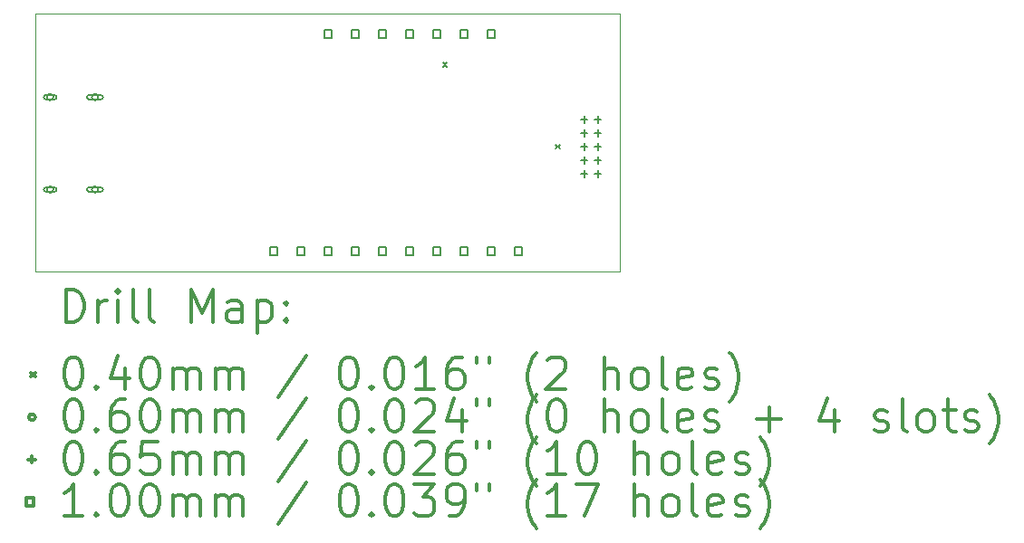
<source format=gbr>
%FSLAX45Y45*%
G04 Gerber Fmt 4.5, Leading zero omitted, Abs format (unit mm)*
G04 Created by KiCad (PCBNEW 5.1.9+dfsg1-1) date 2021-12-01 17:07:54*
%MOMM*%
%LPD*%
G01*
G04 APERTURE LIST*
%TA.AperFunction,Profile*%
%ADD10C,0.100000*%
%TD*%
%ADD11C,0.200000*%
%ADD12C,0.300000*%
G04 APERTURE END LIST*
D10*
X12890500Y-4635500D02*
X12890500Y-7048500D01*
X7429500Y-4635500D02*
X12890500Y-4635500D01*
X7429500Y-7048500D02*
X7429500Y-4635500D01*
X12890500Y-7048500D02*
X7429500Y-7048500D01*
D11*
X11232200Y-5091750D02*
X11272200Y-5131750D01*
X11272200Y-5091750D02*
X11232200Y-5131750D01*
X12286300Y-5860100D02*
X12326300Y-5900100D01*
X12326300Y-5860100D02*
X12286300Y-5900100D01*
X7595150Y-5416350D02*
G75*
G03*
X7595150Y-5416350I-30000J0D01*
G01*
X7605150Y-5396350D02*
X7525150Y-5396350D01*
X7605150Y-5436350D02*
X7525150Y-5436350D01*
X7525150Y-5396350D02*
G75*
G03*
X7525150Y-5436350I0J-20000D01*
G01*
X7605150Y-5436350D02*
G75*
G03*
X7605150Y-5396350I0J20000D01*
G01*
X7595150Y-6280350D02*
G75*
G03*
X7595150Y-6280350I-30000J0D01*
G01*
X7605150Y-6260350D02*
X7525150Y-6260350D01*
X7605150Y-6300350D02*
X7525150Y-6300350D01*
X7525150Y-6260350D02*
G75*
G03*
X7525150Y-6300350I0J-20000D01*
G01*
X7605150Y-6300350D02*
G75*
G03*
X7605150Y-6260350I0J20000D01*
G01*
X8013150Y-5416350D02*
G75*
G03*
X8013150Y-5416350I-30000J0D01*
G01*
X8038150Y-5396350D02*
X7928150Y-5396350D01*
X8038150Y-5436350D02*
X7928150Y-5436350D01*
X7928150Y-5396350D02*
G75*
G03*
X7928150Y-5436350I0J-20000D01*
G01*
X8038150Y-5436350D02*
G75*
G03*
X8038150Y-5396350I0J20000D01*
G01*
X8013150Y-6280350D02*
G75*
G03*
X8013150Y-6280350I-30000J0D01*
G01*
X8038150Y-6260350D02*
X7928150Y-6260350D01*
X8038150Y-6300350D02*
X7928150Y-6300350D01*
X7928150Y-6260350D02*
G75*
G03*
X7928150Y-6300350I0J-20000D01*
G01*
X8038150Y-6300350D02*
G75*
G03*
X8038150Y-6260350I0J20000D01*
G01*
X12553950Y-5593600D02*
X12553950Y-5658600D01*
X12521450Y-5626100D02*
X12586450Y-5626100D01*
X12553950Y-5720600D02*
X12553950Y-5785600D01*
X12521450Y-5753100D02*
X12586450Y-5753100D01*
X12553950Y-5847600D02*
X12553950Y-5912600D01*
X12521450Y-5880100D02*
X12586450Y-5880100D01*
X12553950Y-5974600D02*
X12553950Y-6039600D01*
X12521450Y-6007100D02*
X12586450Y-6007100D01*
X12553950Y-6101600D02*
X12553950Y-6166600D01*
X12521450Y-6134100D02*
X12586450Y-6134100D01*
X12680950Y-5593600D02*
X12680950Y-5658600D01*
X12648450Y-5626100D02*
X12713450Y-5626100D01*
X12680950Y-5720600D02*
X12680950Y-5785600D01*
X12648450Y-5753100D02*
X12713450Y-5753100D01*
X12680950Y-5847600D02*
X12680950Y-5912600D01*
X12648450Y-5880100D02*
X12713450Y-5880100D01*
X12680950Y-5974600D02*
X12680950Y-6039600D01*
X12648450Y-6007100D02*
X12713450Y-6007100D01*
X12680950Y-6101600D02*
X12680950Y-6166600D01*
X12648450Y-6134100D02*
X12713450Y-6134100D01*
X9687356Y-6893356D02*
X9687356Y-6822644D01*
X9616644Y-6822644D01*
X9616644Y-6893356D01*
X9687356Y-6893356D01*
X9941356Y-6893356D02*
X9941356Y-6822644D01*
X9870644Y-6822644D01*
X9870644Y-6893356D01*
X9941356Y-6893356D01*
X10195356Y-4861356D02*
X10195356Y-4790644D01*
X10124644Y-4790644D01*
X10124644Y-4861356D01*
X10195356Y-4861356D01*
X10195356Y-6893356D02*
X10195356Y-6822644D01*
X10124644Y-6822644D01*
X10124644Y-6893356D01*
X10195356Y-6893356D01*
X10449356Y-4861356D02*
X10449356Y-4790644D01*
X10378644Y-4790644D01*
X10378644Y-4861356D01*
X10449356Y-4861356D01*
X10449356Y-6893356D02*
X10449356Y-6822644D01*
X10378644Y-6822644D01*
X10378644Y-6893356D01*
X10449356Y-6893356D01*
X10703356Y-4861356D02*
X10703356Y-4790644D01*
X10632644Y-4790644D01*
X10632644Y-4861356D01*
X10703356Y-4861356D01*
X10703356Y-6893356D02*
X10703356Y-6822644D01*
X10632644Y-6822644D01*
X10632644Y-6893356D01*
X10703356Y-6893356D01*
X10957356Y-4861356D02*
X10957356Y-4790644D01*
X10886644Y-4790644D01*
X10886644Y-4861356D01*
X10957356Y-4861356D01*
X10957356Y-6893356D02*
X10957356Y-6822644D01*
X10886644Y-6822644D01*
X10886644Y-6893356D01*
X10957356Y-6893356D01*
X11211356Y-4861356D02*
X11211356Y-4790644D01*
X11140644Y-4790644D01*
X11140644Y-4861356D01*
X11211356Y-4861356D01*
X11211356Y-6893356D02*
X11211356Y-6822644D01*
X11140644Y-6822644D01*
X11140644Y-6893356D01*
X11211356Y-6893356D01*
X11465356Y-4861356D02*
X11465356Y-4790644D01*
X11394644Y-4790644D01*
X11394644Y-4861356D01*
X11465356Y-4861356D01*
X11465356Y-6893356D02*
X11465356Y-6822644D01*
X11394644Y-6822644D01*
X11394644Y-6893356D01*
X11465356Y-6893356D01*
X11719356Y-4861356D02*
X11719356Y-4790644D01*
X11648644Y-4790644D01*
X11648644Y-4861356D01*
X11719356Y-4861356D01*
X11719356Y-6893356D02*
X11719356Y-6822644D01*
X11648644Y-6822644D01*
X11648644Y-6893356D01*
X11719356Y-6893356D01*
X11973356Y-6893356D02*
X11973356Y-6822644D01*
X11902644Y-6822644D01*
X11902644Y-6893356D01*
X11973356Y-6893356D01*
D12*
X7710928Y-7519214D02*
X7710928Y-7219214D01*
X7782357Y-7219214D01*
X7825214Y-7233500D01*
X7853786Y-7262071D01*
X7868071Y-7290643D01*
X7882357Y-7347786D01*
X7882357Y-7390643D01*
X7868071Y-7447786D01*
X7853786Y-7476357D01*
X7825214Y-7504929D01*
X7782357Y-7519214D01*
X7710928Y-7519214D01*
X8010928Y-7519214D02*
X8010928Y-7319214D01*
X8010928Y-7376357D02*
X8025214Y-7347786D01*
X8039500Y-7333500D01*
X8068071Y-7319214D01*
X8096643Y-7319214D01*
X8196643Y-7519214D02*
X8196643Y-7319214D01*
X8196643Y-7219214D02*
X8182357Y-7233500D01*
X8196643Y-7247786D01*
X8210928Y-7233500D01*
X8196643Y-7219214D01*
X8196643Y-7247786D01*
X8382357Y-7519214D02*
X8353786Y-7504929D01*
X8339500Y-7476357D01*
X8339500Y-7219214D01*
X8539500Y-7519214D02*
X8510928Y-7504929D01*
X8496643Y-7476357D01*
X8496643Y-7219214D01*
X8882357Y-7519214D02*
X8882357Y-7219214D01*
X8982357Y-7433500D01*
X9082357Y-7219214D01*
X9082357Y-7519214D01*
X9353786Y-7519214D02*
X9353786Y-7362071D01*
X9339500Y-7333500D01*
X9310928Y-7319214D01*
X9253786Y-7319214D01*
X9225214Y-7333500D01*
X9353786Y-7504929D02*
X9325214Y-7519214D01*
X9253786Y-7519214D01*
X9225214Y-7504929D01*
X9210928Y-7476357D01*
X9210928Y-7447786D01*
X9225214Y-7419214D01*
X9253786Y-7404929D01*
X9325214Y-7404929D01*
X9353786Y-7390643D01*
X9496643Y-7319214D02*
X9496643Y-7619214D01*
X9496643Y-7333500D02*
X9525214Y-7319214D01*
X9582357Y-7319214D01*
X9610928Y-7333500D01*
X9625214Y-7347786D01*
X9639500Y-7376357D01*
X9639500Y-7462071D01*
X9625214Y-7490643D01*
X9610928Y-7504929D01*
X9582357Y-7519214D01*
X9525214Y-7519214D01*
X9496643Y-7504929D01*
X9768071Y-7490643D02*
X9782357Y-7504929D01*
X9768071Y-7519214D01*
X9753786Y-7504929D01*
X9768071Y-7490643D01*
X9768071Y-7519214D01*
X9768071Y-7333500D02*
X9782357Y-7347786D01*
X9768071Y-7362071D01*
X9753786Y-7347786D01*
X9768071Y-7333500D01*
X9768071Y-7362071D01*
X7384500Y-7993500D02*
X7424500Y-8033500D01*
X7424500Y-7993500D02*
X7384500Y-8033500D01*
X7768071Y-7849214D02*
X7796643Y-7849214D01*
X7825214Y-7863500D01*
X7839500Y-7877786D01*
X7853786Y-7906357D01*
X7868071Y-7963500D01*
X7868071Y-8034929D01*
X7853786Y-8092071D01*
X7839500Y-8120643D01*
X7825214Y-8134929D01*
X7796643Y-8149214D01*
X7768071Y-8149214D01*
X7739500Y-8134929D01*
X7725214Y-8120643D01*
X7710928Y-8092071D01*
X7696643Y-8034929D01*
X7696643Y-7963500D01*
X7710928Y-7906357D01*
X7725214Y-7877786D01*
X7739500Y-7863500D01*
X7768071Y-7849214D01*
X7996643Y-8120643D02*
X8010928Y-8134929D01*
X7996643Y-8149214D01*
X7982357Y-8134929D01*
X7996643Y-8120643D01*
X7996643Y-8149214D01*
X8268071Y-7949214D02*
X8268071Y-8149214D01*
X8196643Y-7834929D02*
X8125214Y-8049214D01*
X8310928Y-8049214D01*
X8482357Y-7849214D02*
X8510928Y-7849214D01*
X8539500Y-7863500D01*
X8553786Y-7877786D01*
X8568071Y-7906357D01*
X8582357Y-7963500D01*
X8582357Y-8034929D01*
X8568071Y-8092071D01*
X8553786Y-8120643D01*
X8539500Y-8134929D01*
X8510928Y-8149214D01*
X8482357Y-8149214D01*
X8453786Y-8134929D01*
X8439500Y-8120643D01*
X8425214Y-8092071D01*
X8410928Y-8034929D01*
X8410928Y-7963500D01*
X8425214Y-7906357D01*
X8439500Y-7877786D01*
X8453786Y-7863500D01*
X8482357Y-7849214D01*
X8710928Y-8149214D02*
X8710928Y-7949214D01*
X8710928Y-7977786D02*
X8725214Y-7963500D01*
X8753786Y-7949214D01*
X8796643Y-7949214D01*
X8825214Y-7963500D01*
X8839500Y-7992071D01*
X8839500Y-8149214D01*
X8839500Y-7992071D02*
X8853786Y-7963500D01*
X8882357Y-7949214D01*
X8925214Y-7949214D01*
X8953786Y-7963500D01*
X8968071Y-7992071D01*
X8968071Y-8149214D01*
X9110928Y-8149214D02*
X9110928Y-7949214D01*
X9110928Y-7977786D02*
X9125214Y-7963500D01*
X9153786Y-7949214D01*
X9196643Y-7949214D01*
X9225214Y-7963500D01*
X9239500Y-7992071D01*
X9239500Y-8149214D01*
X9239500Y-7992071D02*
X9253786Y-7963500D01*
X9282357Y-7949214D01*
X9325214Y-7949214D01*
X9353786Y-7963500D01*
X9368071Y-7992071D01*
X9368071Y-8149214D01*
X9953786Y-7834929D02*
X9696643Y-8220643D01*
X10339500Y-7849214D02*
X10368071Y-7849214D01*
X10396643Y-7863500D01*
X10410928Y-7877786D01*
X10425214Y-7906357D01*
X10439500Y-7963500D01*
X10439500Y-8034929D01*
X10425214Y-8092071D01*
X10410928Y-8120643D01*
X10396643Y-8134929D01*
X10368071Y-8149214D01*
X10339500Y-8149214D01*
X10310928Y-8134929D01*
X10296643Y-8120643D01*
X10282357Y-8092071D01*
X10268071Y-8034929D01*
X10268071Y-7963500D01*
X10282357Y-7906357D01*
X10296643Y-7877786D01*
X10310928Y-7863500D01*
X10339500Y-7849214D01*
X10568071Y-8120643D02*
X10582357Y-8134929D01*
X10568071Y-8149214D01*
X10553786Y-8134929D01*
X10568071Y-8120643D01*
X10568071Y-8149214D01*
X10768071Y-7849214D02*
X10796643Y-7849214D01*
X10825214Y-7863500D01*
X10839500Y-7877786D01*
X10853786Y-7906357D01*
X10868071Y-7963500D01*
X10868071Y-8034929D01*
X10853786Y-8092071D01*
X10839500Y-8120643D01*
X10825214Y-8134929D01*
X10796643Y-8149214D01*
X10768071Y-8149214D01*
X10739500Y-8134929D01*
X10725214Y-8120643D01*
X10710928Y-8092071D01*
X10696643Y-8034929D01*
X10696643Y-7963500D01*
X10710928Y-7906357D01*
X10725214Y-7877786D01*
X10739500Y-7863500D01*
X10768071Y-7849214D01*
X11153786Y-8149214D02*
X10982357Y-8149214D01*
X11068071Y-8149214D02*
X11068071Y-7849214D01*
X11039500Y-7892071D01*
X11010928Y-7920643D01*
X10982357Y-7934929D01*
X11410928Y-7849214D02*
X11353786Y-7849214D01*
X11325214Y-7863500D01*
X11310928Y-7877786D01*
X11282357Y-7920643D01*
X11268071Y-7977786D01*
X11268071Y-8092071D01*
X11282357Y-8120643D01*
X11296643Y-8134929D01*
X11325214Y-8149214D01*
X11382357Y-8149214D01*
X11410928Y-8134929D01*
X11425214Y-8120643D01*
X11439500Y-8092071D01*
X11439500Y-8020643D01*
X11425214Y-7992071D01*
X11410928Y-7977786D01*
X11382357Y-7963500D01*
X11325214Y-7963500D01*
X11296643Y-7977786D01*
X11282357Y-7992071D01*
X11268071Y-8020643D01*
X11553786Y-7849214D02*
X11553786Y-7906357D01*
X11668071Y-7849214D02*
X11668071Y-7906357D01*
X12110928Y-8263500D02*
X12096643Y-8249214D01*
X12068071Y-8206357D01*
X12053786Y-8177786D01*
X12039500Y-8134929D01*
X12025214Y-8063500D01*
X12025214Y-8006357D01*
X12039500Y-7934929D01*
X12053786Y-7892071D01*
X12068071Y-7863500D01*
X12096643Y-7820643D01*
X12110928Y-7806357D01*
X12210928Y-7877786D02*
X12225214Y-7863500D01*
X12253786Y-7849214D01*
X12325214Y-7849214D01*
X12353786Y-7863500D01*
X12368071Y-7877786D01*
X12382357Y-7906357D01*
X12382357Y-7934929D01*
X12368071Y-7977786D01*
X12196643Y-8149214D01*
X12382357Y-8149214D01*
X12739500Y-8149214D02*
X12739500Y-7849214D01*
X12868071Y-8149214D02*
X12868071Y-7992071D01*
X12853786Y-7963500D01*
X12825214Y-7949214D01*
X12782357Y-7949214D01*
X12753786Y-7963500D01*
X12739500Y-7977786D01*
X13053786Y-8149214D02*
X13025214Y-8134929D01*
X13010928Y-8120643D01*
X12996643Y-8092071D01*
X12996643Y-8006357D01*
X13010928Y-7977786D01*
X13025214Y-7963500D01*
X13053786Y-7949214D01*
X13096643Y-7949214D01*
X13125214Y-7963500D01*
X13139500Y-7977786D01*
X13153786Y-8006357D01*
X13153786Y-8092071D01*
X13139500Y-8120643D01*
X13125214Y-8134929D01*
X13096643Y-8149214D01*
X13053786Y-8149214D01*
X13325214Y-8149214D02*
X13296643Y-8134929D01*
X13282357Y-8106357D01*
X13282357Y-7849214D01*
X13553786Y-8134929D02*
X13525214Y-8149214D01*
X13468071Y-8149214D01*
X13439500Y-8134929D01*
X13425214Y-8106357D01*
X13425214Y-7992071D01*
X13439500Y-7963500D01*
X13468071Y-7949214D01*
X13525214Y-7949214D01*
X13553786Y-7963500D01*
X13568071Y-7992071D01*
X13568071Y-8020643D01*
X13425214Y-8049214D01*
X13682357Y-8134929D02*
X13710928Y-8149214D01*
X13768071Y-8149214D01*
X13796643Y-8134929D01*
X13810928Y-8106357D01*
X13810928Y-8092071D01*
X13796643Y-8063500D01*
X13768071Y-8049214D01*
X13725214Y-8049214D01*
X13696643Y-8034929D01*
X13682357Y-8006357D01*
X13682357Y-7992071D01*
X13696643Y-7963500D01*
X13725214Y-7949214D01*
X13768071Y-7949214D01*
X13796643Y-7963500D01*
X13910928Y-8263500D02*
X13925214Y-8249214D01*
X13953786Y-8206357D01*
X13968071Y-8177786D01*
X13982357Y-8134929D01*
X13996643Y-8063500D01*
X13996643Y-8006357D01*
X13982357Y-7934929D01*
X13968071Y-7892071D01*
X13953786Y-7863500D01*
X13925214Y-7820643D01*
X13910928Y-7806357D01*
X7424500Y-8409500D02*
G75*
G03*
X7424500Y-8409500I-30000J0D01*
G01*
X7768071Y-8245214D02*
X7796643Y-8245214D01*
X7825214Y-8259500D01*
X7839500Y-8273786D01*
X7853786Y-8302357D01*
X7868071Y-8359500D01*
X7868071Y-8430929D01*
X7853786Y-8488072D01*
X7839500Y-8516643D01*
X7825214Y-8530929D01*
X7796643Y-8545214D01*
X7768071Y-8545214D01*
X7739500Y-8530929D01*
X7725214Y-8516643D01*
X7710928Y-8488072D01*
X7696643Y-8430929D01*
X7696643Y-8359500D01*
X7710928Y-8302357D01*
X7725214Y-8273786D01*
X7739500Y-8259500D01*
X7768071Y-8245214D01*
X7996643Y-8516643D02*
X8010928Y-8530929D01*
X7996643Y-8545214D01*
X7982357Y-8530929D01*
X7996643Y-8516643D01*
X7996643Y-8545214D01*
X8268071Y-8245214D02*
X8210928Y-8245214D01*
X8182357Y-8259500D01*
X8168071Y-8273786D01*
X8139500Y-8316643D01*
X8125214Y-8373786D01*
X8125214Y-8488072D01*
X8139500Y-8516643D01*
X8153786Y-8530929D01*
X8182357Y-8545214D01*
X8239500Y-8545214D01*
X8268071Y-8530929D01*
X8282357Y-8516643D01*
X8296643Y-8488072D01*
X8296643Y-8416643D01*
X8282357Y-8388071D01*
X8268071Y-8373786D01*
X8239500Y-8359500D01*
X8182357Y-8359500D01*
X8153786Y-8373786D01*
X8139500Y-8388071D01*
X8125214Y-8416643D01*
X8482357Y-8245214D02*
X8510928Y-8245214D01*
X8539500Y-8259500D01*
X8553786Y-8273786D01*
X8568071Y-8302357D01*
X8582357Y-8359500D01*
X8582357Y-8430929D01*
X8568071Y-8488072D01*
X8553786Y-8516643D01*
X8539500Y-8530929D01*
X8510928Y-8545214D01*
X8482357Y-8545214D01*
X8453786Y-8530929D01*
X8439500Y-8516643D01*
X8425214Y-8488072D01*
X8410928Y-8430929D01*
X8410928Y-8359500D01*
X8425214Y-8302357D01*
X8439500Y-8273786D01*
X8453786Y-8259500D01*
X8482357Y-8245214D01*
X8710928Y-8545214D02*
X8710928Y-8345214D01*
X8710928Y-8373786D02*
X8725214Y-8359500D01*
X8753786Y-8345214D01*
X8796643Y-8345214D01*
X8825214Y-8359500D01*
X8839500Y-8388071D01*
X8839500Y-8545214D01*
X8839500Y-8388071D02*
X8853786Y-8359500D01*
X8882357Y-8345214D01*
X8925214Y-8345214D01*
X8953786Y-8359500D01*
X8968071Y-8388071D01*
X8968071Y-8545214D01*
X9110928Y-8545214D02*
X9110928Y-8345214D01*
X9110928Y-8373786D02*
X9125214Y-8359500D01*
X9153786Y-8345214D01*
X9196643Y-8345214D01*
X9225214Y-8359500D01*
X9239500Y-8388071D01*
X9239500Y-8545214D01*
X9239500Y-8388071D02*
X9253786Y-8359500D01*
X9282357Y-8345214D01*
X9325214Y-8345214D01*
X9353786Y-8359500D01*
X9368071Y-8388071D01*
X9368071Y-8545214D01*
X9953786Y-8230929D02*
X9696643Y-8616643D01*
X10339500Y-8245214D02*
X10368071Y-8245214D01*
X10396643Y-8259500D01*
X10410928Y-8273786D01*
X10425214Y-8302357D01*
X10439500Y-8359500D01*
X10439500Y-8430929D01*
X10425214Y-8488072D01*
X10410928Y-8516643D01*
X10396643Y-8530929D01*
X10368071Y-8545214D01*
X10339500Y-8545214D01*
X10310928Y-8530929D01*
X10296643Y-8516643D01*
X10282357Y-8488072D01*
X10268071Y-8430929D01*
X10268071Y-8359500D01*
X10282357Y-8302357D01*
X10296643Y-8273786D01*
X10310928Y-8259500D01*
X10339500Y-8245214D01*
X10568071Y-8516643D02*
X10582357Y-8530929D01*
X10568071Y-8545214D01*
X10553786Y-8530929D01*
X10568071Y-8516643D01*
X10568071Y-8545214D01*
X10768071Y-8245214D02*
X10796643Y-8245214D01*
X10825214Y-8259500D01*
X10839500Y-8273786D01*
X10853786Y-8302357D01*
X10868071Y-8359500D01*
X10868071Y-8430929D01*
X10853786Y-8488072D01*
X10839500Y-8516643D01*
X10825214Y-8530929D01*
X10796643Y-8545214D01*
X10768071Y-8545214D01*
X10739500Y-8530929D01*
X10725214Y-8516643D01*
X10710928Y-8488072D01*
X10696643Y-8430929D01*
X10696643Y-8359500D01*
X10710928Y-8302357D01*
X10725214Y-8273786D01*
X10739500Y-8259500D01*
X10768071Y-8245214D01*
X10982357Y-8273786D02*
X10996643Y-8259500D01*
X11025214Y-8245214D01*
X11096643Y-8245214D01*
X11125214Y-8259500D01*
X11139500Y-8273786D01*
X11153786Y-8302357D01*
X11153786Y-8330929D01*
X11139500Y-8373786D01*
X10968071Y-8545214D01*
X11153786Y-8545214D01*
X11410928Y-8345214D02*
X11410928Y-8545214D01*
X11339500Y-8230929D02*
X11268071Y-8445214D01*
X11453786Y-8445214D01*
X11553786Y-8245214D02*
X11553786Y-8302357D01*
X11668071Y-8245214D02*
X11668071Y-8302357D01*
X12110928Y-8659500D02*
X12096643Y-8645214D01*
X12068071Y-8602357D01*
X12053786Y-8573786D01*
X12039500Y-8530929D01*
X12025214Y-8459500D01*
X12025214Y-8402357D01*
X12039500Y-8330929D01*
X12053786Y-8288071D01*
X12068071Y-8259500D01*
X12096643Y-8216643D01*
X12110928Y-8202357D01*
X12282357Y-8245214D02*
X12310928Y-8245214D01*
X12339500Y-8259500D01*
X12353786Y-8273786D01*
X12368071Y-8302357D01*
X12382357Y-8359500D01*
X12382357Y-8430929D01*
X12368071Y-8488072D01*
X12353786Y-8516643D01*
X12339500Y-8530929D01*
X12310928Y-8545214D01*
X12282357Y-8545214D01*
X12253786Y-8530929D01*
X12239500Y-8516643D01*
X12225214Y-8488072D01*
X12210928Y-8430929D01*
X12210928Y-8359500D01*
X12225214Y-8302357D01*
X12239500Y-8273786D01*
X12253786Y-8259500D01*
X12282357Y-8245214D01*
X12739500Y-8545214D02*
X12739500Y-8245214D01*
X12868071Y-8545214D02*
X12868071Y-8388071D01*
X12853786Y-8359500D01*
X12825214Y-8345214D01*
X12782357Y-8345214D01*
X12753786Y-8359500D01*
X12739500Y-8373786D01*
X13053786Y-8545214D02*
X13025214Y-8530929D01*
X13010928Y-8516643D01*
X12996643Y-8488072D01*
X12996643Y-8402357D01*
X13010928Y-8373786D01*
X13025214Y-8359500D01*
X13053786Y-8345214D01*
X13096643Y-8345214D01*
X13125214Y-8359500D01*
X13139500Y-8373786D01*
X13153786Y-8402357D01*
X13153786Y-8488072D01*
X13139500Y-8516643D01*
X13125214Y-8530929D01*
X13096643Y-8545214D01*
X13053786Y-8545214D01*
X13325214Y-8545214D02*
X13296643Y-8530929D01*
X13282357Y-8502357D01*
X13282357Y-8245214D01*
X13553786Y-8530929D02*
X13525214Y-8545214D01*
X13468071Y-8545214D01*
X13439500Y-8530929D01*
X13425214Y-8502357D01*
X13425214Y-8388071D01*
X13439500Y-8359500D01*
X13468071Y-8345214D01*
X13525214Y-8345214D01*
X13553786Y-8359500D01*
X13568071Y-8388071D01*
X13568071Y-8416643D01*
X13425214Y-8445214D01*
X13682357Y-8530929D02*
X13710928Y-8545214D01*
X13768071Y-8545214D01*
X13796643Y-8530929D01*
X13810928Y-8502357D01*
X13810928Y-8488072D01*
X13796643Y-8459500D01*
X13768071Y-8445214D01*
X13725214Y-8445214D01*
X13696643Y-8430929D01*
X13682357Y-8402357D01*
X13682357Y-8388071D01*
X13696643Y-8359500D01*
X13725214Y-8345214D01*
X13768071Y-8345214D01*
X13796643Y-8359500D01*
X14168071Y-8430929D02*
X14396643Y-8430929D01*
X14282357Y-8545214D02*
X14282357Y-8316643D01*
X14896643Y-8345214D02*
X14896643Y-8545214D01*
X14825214Y-8230929D02*
X14753786Y-8445214D01*
X14939500Y-8445214D01*
X15268071Y-8530929D02*
X15296643Y-8545214D01*
X15353786Y-8545214D01*
X15382357Y-8530929D01*
X15396643Y-8502357D01*
X15396643Y-8488072D01*
X15382357Y-8459500D01*
X15353786Y-8445214D01*
X15310928Y-8445214D01*
X15282357Y-8430929D01*
X15268071Y-8402357D01*
X15268071Y-8388071D01*
X15282357Y-8359500D01*
X15310928Y-8345214D01*
X15353786Y-8345214D01*
X15382357Y-8359500D01*
X15568071Y-8545214D02*
X15539500Y-8530929D01*
X15525214Y-8502357D01*
X15525214Y-8245214D01*
X15725214Y-8545214D02*
X15696643Y-8530929D01*
X15682357Y-8516643D01*
X15668071Y-8488072D01*
X15668071Y-8402357D01*
X15682357Y-8373786D01*
X15696643Y-8359500D01*
X15725214Y-8345214D01*
X15768071Y-8345214D01*
X15796643Y-8359500D01*
X15810928Y-8373786D01*
X15825214Y-8402357D01*
X15825214Y-8488072D01*
X15810928Y-8516643D01*
X15796643Y-8530929D01*
X15768071Y-8545214D01*
X15725214Y-8545214D01*
X15910928Y-8345214D02*
X16025214Y-8345214D01*
X15953786Y-8245214D02*
X15953786Y-8502357D01*
X15968071Y-8530929D01*
X15996643Y-8545214D01*
X16025214Y-8545214D01*
X16110928Y-8530929D02*
X16139500Y-8545214D01*
X16196643Y-8545214D01*
X16225214Y-8530929D01*
X16239500Y-8502357D01*
X16239500Y-8488072D01*
X16225214Y-8459500D01*
X16196643Y-8445214D01*
X16153786Y-8445214D01*
X16125214Y-8430929D01*
X16110928Y-8402357D01*
X16110928Y-8388071D01*
X16125214Y-8359500D01*
X16153786Y-8345214D01*
X16196643Y-8345214D01*
X16225214Y-8359500D01*
X16339500Y-8659500D02*
X16353786Y-8645214D01*
X16382357Y-8602357D01*
X16396643Y-8573786D01*
X16410928Y-8530929D01*
X16425214Y-8459500D01*
X16425214Y-8402357D01*
X16410928Y-8330929D01*
X16396643Y-8288071D01*
X16382357Y-8259500D01*
X16353786Y-8216643D01*
X16339500Y-8202357D01*
X7392000Y-8773000D02*
X7392000Y-8838000D01*
X7359500Y-8805500D02*
X7424500Y-8805500D01*
X7768071Y-8641214D02*
X7796643Y-8641214D01*
X7825214Y-8655500D01*
X7839500Y-8669786D01*
X7853786Y-8698357D01*
X7868071Y-8755500D01*
X7868071Y-8826929D01*
X7853786Y-8884072D01*
X7839500Y-8912643D01*
X7825214Y-8926929D01*
X7796643Y-8941214D01*
X7768071Y-8941214D01*
X7739500Y-8926929D01*
X7725214Y-8912643D01*
X7710928Y-8884072D01*
X7696643Y-8826929D01*
X7696643Y-8755500D01*
X7710928Y-8698357D01*
X7725214Y-8669786D01*
X7739500Y-8655500D01*
X7768071Y-8641214D01*
X7996643Y-8912643D02*
X8010928Y-8926929D01*
X7996643Y-8941214D01*
X7982357Y-8926929D01*
X7996643Y-8912643D01*
X7996643Y-8941214D01*
X8268071Y-8641214D02*
X8210928Y-8641214D01*
X8182357Y-8655500D01*
X8168071Y-8669786D01*
X8139500Y-8712643D01*
X8125214Y-8769786D01*
X8125214Y-8884072D01*
X8139500Y-8912643D01*
X8153786Y-8926929D01*
X8182357Y-8941214D01*
X8239500Y-8941214D01*
X8268071Y-8926929D01*
X8282357Y-8912643D01*
X8296643Y-8884072D01*
X8296643Y-8812643D01*
X8282357Y-8784072D01*
X8268071Y-8769786D01*
X8239500Y-8755500D01*
X8182357Y-8755500D01*
X8153786Y-8769786D01*
X8139500Y-8784072D01*
X8125214Y-8812643D01*
X8568071Y-8641214D02*
X8425214Y-8641214D01*
X8410928Y-8784072D01*
X8425214Y-8769786D01*
X8453786Y-8755500D01*
X8525214Y-8755500D01*
X8553786Y-8769786D01*
X8568071Y-8784072D01*
X8582357Y-8812643D01*
X8582357Y-8884072D01*
X8568071Y-8912643D01*
X8553786Y-8926929D01*
X8525214Y-8941214D01*
X8453786Y-8941214D01*
X8425214Y-8926929D01*
X8410928Y-8912643D01*
X8710928Y-8941214D02*
X8710928Y-8741214D01*
X8710928Y-8769786D02*
X8725214Y-8755500D01*
X8753786Y-8741214D01*
X8796643Y-8741214D01*
X8825214Y-8755500D01*
X8839500Y-8784072D01*
X8839500Y-8941214D01*
X8839500Y-8784072D02*
X8853786Y-8755500D01*
X8882357Y-8741214D01*
X8925214Y-8741214D01*
X8953786Y-8755500D01*
X8968071Y-8784072D01*
X8968071Y-8941214D01*
X9110928Y-8941214D02*
X9110928Y-8741214D01*
X9110928Y-8769786D02*
X9125214Y-8755500D01*
X9153786Y-8741214D01*
X9196643Y-8741214D01*
X9225214Y-8755500D01*
X9239500Y-8784072D01*
X9239500Y-8941214D01*
X9239500Y-8784072D02*
X9253786Y-8755500D01*
X9282357Y-8741214D01*
X9325214Y-8741214D01*
X9353786Y-8755500D01*
X9368071Y-8784072D01*
X9368071Y-8941214D01*
X9953786Y-8626929D02*
X9696643Y-9012643D01*
X10339500Y-8641214D02*
X10368071Y-8641214D01*
X10396643Y-8655500D01*
X10410928Y-8669786D01*
X10425214Y-8698357D01*
X10439500Y-8755500D01*
X10439500Y-8826929D01*
X10425214Y-8884072D01*
X10410928Y-8912643D01*
X10396643Y-8926929D01*
X10368071Y-8941214D01*
X10339500Y-8941214D01*
X10310928Y-8926929D01*
X10296643Y-8912643D01*
X10282357Y-8884072D01*
X10268071Y-8826929D01*
X10268071Y-8755500D01*
X10282357Y-8698357D01*
X10296643Y-8669786D01*
X10310928Y-8655500D01*
X10339500Y-8641214D01*
X10568071Y-8912643D02*
X10582357Y-8926929D01*
X10568071Y-8941214D01*
X10553786Y-8926929D01*
X10568071Y-8912643D01*
X10568071Y-8941214D01*
X10768071Y-8641214D02*
X10796643Y-8641214D01*
X10825214Y-8655500D01*
X10839500Y-8669786D01*
X10853786Y-8698357D01*
X10868071Y-8755500D01*
X10868071Y-8826929D01*
X10853786Y-8884072D01*
X10839500Y-8912643D01*
X10825214Y-8926929D01*
X10796643Y-8941214D01*
X10768071Y-8941214D01*
X10739500Y-8926929D01*
X10725214Y-8912643D01*
X10710928Y-8884072D01*
X10696643Y-8826929D01*
X10696643Y-8755500D01*
X10710928Y-8698357D01*
X10725214Y-8669786D01*
X10739500Y-8655500D01*
X10768071Y-8641214D01*
X10982357Y-8669786D02*
X10996643Y-8655500D01*
X11025214Y-8641214D01*
X11096643Y-8641214D01*
X11125214Y-8655500D01*
X11139500Y-8669786D01*
X11153786Y-8698357D01*
X11153786Y-8726929D01*
X11139500Y-8769786D01*
X10968071Y-8941214D01*
X11153786Y-8941214D01*
X11410928Y-8641214D02*
X11353786Y-8641214D01*
X11325214Y-8655500D01*
X11310928Y-8669786D01*
X11282357Y-8712643D01*
X11268071Y-8769786D01*
X11268071Y-8884072D01*
X11282357Y-8912643D01*
X11296643Y-8926929D01*
X11325214Y-8941214D01*
X11382357Y-8941214D01*
X11410928Y-8926929D01*
X11425214Y-8912643D01*
X11439500Y-8884072D01*
X11439500Y-8812643D01*
X11425214Y-8784072D01*
X11410928Y-8769786D01*
X11382357Y-8755500D01*
X11325214Y-8755500D01*
X11296643Y-8769786D01*
X11282357Y-8784072D01*
X11268071Y-8812643D01*
X11553786Y-8641214D02*
X11553786Y-8698357D01*
X11668071Y-8641214D02*
X11668071Y-8698357D01*
X12110928Y-9055500D02*
X12096643Y-9041214D01*
X12068071Y-8998357D01*
X12053786Y-8969786D01*
X12039500Y-8926929D01*
X12025214Y-8855500D01*
X12025214Y-8798357D01*
X12039500Y-8726929D01*
X12053786Y-8684072D01*
X12068071Y-8655500D01*
X12096643Y-8612643D01*
X12110928Y-8598357D01*
X12382357Y-8941214D02*
X12210928Y-8941214D01*
X12296643Y-8941214D02*
X12296643Y-8641214D01*
X12268071Y-8684072D01*
X12239500Y-8712643D01*
X12210928Y-8726929D01*
X12568071Y-8641214D02*
X12596643Y-8641214D01*
X12625214Y-8655500D01*
X12639500Y-8669786D01*
X12653786Y-8698357D01*
X12668071Y-8755500D01*
X12668071Y-8826929D01*
X12653786Y-8884072D01*
X12639500Y-8912643D01*
X12625214Y-8926929D01*
X12596643Y-8941214D01*
X12568071Y-8941214D01*
X12539500Y-8926929D01*
X12525214Y-8912643D01*
X12510928Y-8884072D01*
X12496643Y-8826929D01*
X12496643Y-8755500D01*
X12510928Y-8698357D01*
X12525214Y-8669786D01*
X12539500Y-8655500D01*
X12568071Y-8641214D01*
X13025214Y-8941214D02*
X13025214Y-8641214D01*
X13153786Y-8941214D02*
X13153786Y-8784072D01*
X13139500Y-8755500D01*
X13110928Y-8741214D01*
X13068071Y-8741214D01*
X13039500Y-8755500D01*
X13025214Y-8769786D01*
X13339500Y-8941214D02*
X13310928Y-8926929D01*
X13296643Y-8912643D01*
X13282357Y-8884072D01*
X13282357Y-8798357D01*
X13296643Y-8769786D01*
X13310928Y-8755500D01*
X13339500Y-8741214D01*
X13382357Y-8741214D01*
X13410928Y-8755500D01*
X13425214Y-8769786D01*
X13439500Y-8798357D01*
X13439500Y-8884072D01*
X13425214Y-8912643D01*
X13410928Y-8926929D01*
X13382357Y-8941214D01*
X13339500Y-8941214D01*
X13610928Y-8941214D02*
X13582357Y-8926929D01*
X13568071Y-8898357D01*
X13568071Y-8641214D01*
X13839500Y-8926929D02*
X13810928Y-8941214D01*
X13753786Y-8941214D01*
X13725214Y-8926929D01*
X13710928Y-8898357D01*
X13710928Y-8784072D01*
X13725214Y-8755500D01*
X13753786Y-8741214D01*
X13810928Y-8741214D01*
X13839500Y-8755500D01*
X13853786Y-8784072D01*
X13853786Y-8812643D01*
X13710928Y-8841214D01*
X13968071Y-8926929D02*
X13996643Y-8941214D01*
X14053786Y-8941214D01*
X14082357Y-8926929D01*
X14096643Y-8898357D01*
X14096643Y-8884072D01*
X14082357Y-8855500D01*
X14053786Y-8841214D01*
X14010928Y-8841214D01*
X13982357Y-8826929D01*
X13968071Y-8798357D01*
X13968071Y-8784072D01*
X13982357Y-8755500D01*
X14010928Y-8741214D01*
X14053786Y-8741214D01*
X14082357Y-8755500D01*
X14196643Y-9055500D02*
X14210928Y-9041214D01*
X14239500Y-8998357D01*
X14253786Y-8969786D01*
X14268071Y-8926929D01*
X14282357Y-8855500D01*
X14282357Y-8798357D01*
X14268071Y-8726929D01*
X14253786Y-8684072D01*
X14239500Y-8655500D01*
X14210928Y-8612643D01*
X14196643Y-8598357D01*
X7409856Y-9236856D02*
X7409856Y-9166144D01*
X7339144Y-9166144D01*
X7339144Y-9236856D01*
X7409856Y-9236856D01*
X7868071Y-9337214D02*
X7696643Y-9337214D01*
X7782357Y-9337214D02*
X7782357Y-9037214D01*
X7753786Y-9080072D01*
X7725214Y-9108643D01*
X7696643Y-9122929D01*
X7996643Y-9308643D02*
X8010928Y-9322929D01*
X7996643Y-9337214D01*
X7982357Y-9322929D01*
X7996643Y-9308643D01*
X7996643Y-9337214D01*
X8196643Y-9037214D02*
X8225214Y-9037214D01*
X8253786Y-9051500D01*
X8268071Y-9065786D01*
X8282357Y-9094357D01*
X8296643Y-9151500D01*
X8296643Y-9222929D01*
X8282357Y-9280072D01*
X8268071Y-9308643D01*
X8253786Y-9322929D01*
X8225214Y-9337214D01*
X8196643Y-9337214D01*
X8168071Y-9322929D01*
X8153786Y-9308643D01*
X8139500Y-9280072D01*
X8125214Y-9222929D01*
X8125214Y-9151500D01*
X8139500Y-9094357D01*
X8153786Y-9065786D01*
X8168071Y-9051500D01*
X8196643Y-9037214D01*
X8482357Y-9037214D02*
X8510928Y-9037214D01*
X8539500Y-9051500D01*
X8553786Y-9065786D01*
X8568071Y-9094357D01*
X8582357Y-9151500D01*
X8582357Y-9222929D01*
X8568071Y-9280072D01*
X8553786Y-9308643D01*
X8539500Y-9322929D01*
X8510928Y-9337214D01*
X8482357Y-9337214D01*
X8453786Y-9322929D01*
X8439500Y-9308643D01*
X8425214Y-9280072D01*
X8410928Y-9222929D01*
X8410928Y-9151500D01*
X8425214Y-9094357D01*
X8439500Y-9065786D01*
X8453786Y-9051500D01*
X8482357Y-9037214D01*
X8710928Y-9337214D02*
X8710928Y-9137214D01*
X8710928Y-9165786D02*
X8725214Y-9151500D01*
X8753786Y-9137214D01*
X8796643Y-9137214D01*
X8825214Y-9151500D01*
X8839500Y-9180072D01*
X8839500Y-9337214D01*
X8839500Y-9180072D02*
X8853786Y-9151500D01*
X8882357Y-9137214D01*
X8925214Y-9137214D01*
X8953786Y-9151500D01*
X8968071Y-9180072D01*
X8968071Y-9337214D01*
X9110928Y-9337214D02*
X9110928Y-9137214D01*
X9110928Y-9165786D02*
X9125214Y-9151500D01*
X9153786Y-9137214D01*
X9196643Y-9137214D01*
X9225214Y-9151500D01*
X9239500Y-9180072D01*
X9239500Y-9337214D01*
X9239500Y-9180072D02*
X9253786Y-9151500D01*
X9282357Y-9137214D01*
X9325214Y-9137214D01*
X9353786Y-9151500D01*
X9368071Y-9180072D01*
X9368071Y-9337214D01*
X9953786Y-9022929D02*
X9696643Y-9408643D01*
X10339500Y-9037214D02*
X10368071Y-9037214D01*
X10396643Y-9051500D01*
X10410928Y-9065786D01*
X10425214Y-9094357D01*
X10439500Y-9151500D01*
X10439500Y-9222929D01*
X10425214Y-9280072D01*
X10410928Y-9308643D01*
X10396643Y-9322929D01*
X10368071Y-9337214D01*
X10339500Y-9337214D01*
X10310928Y-9322929D01*
X10296643Y-9308643D01*
X10282357Y-9280072D01*
X10268071Y-9222929D01*
X10268071Y-9151500D01*
X10282357Y-9094357D01*
X10296643Y-9065786D01*
X10310928Y-9051500D01*
X10339500Y-9037214D01*
X10568071Y-9308643D02*
X10582357Y-9322929D01*
X10568071Y-9337214D01*
X10553786Y-9322929D01*
X10568071Y-9308643D01*
X10568071Y-9337214D01*
X10768071Y-9037214D02*
X10796643Y-9037214D01*
X10825214Y-9051500D01*
X10839500Y-9065786D01*
X10853786Y-9094357D01*
X10868071Y-9151500D01*
X10868071Y-9222929D01*
X10853786Y-9280072D01*
X10839500Y-9308643D01*
X10825214Y-9322929D01*
X10796643Y-9337214D01*
X10768071Y-9337214D01*
X10739500Y-9322929D01*
X10725214Y-9308643D01*
X10710928Y-9280072D01*
X10696643Y-9222929D01*
X10696643Y-9151500D01*
X10710928Y-9094357D01*
X10725214Y-9065786D01*
X10739500Y-9051500D01*
X10768071Y-9037214D01*
X10968071Y-9037214D02*
X11153786Y-9037214D01*
X11053786Y-9151500D01*
X11096643Y-9151500D01*
X11125214Y-9165786D01*
X11139500Y-9180072D01*
X11153786Y-9208643D01*
X11153786Y-9280072D01*
X11139500Y-9308643D01*
X11125214Y-9322929D01*
X11096643Y-9337214D01*
X11010928Y-9337214D01*
X10982357Y-9322929D01*
X10968071Y-9308643D01*
X11296643Y-9337214D02*
X11353786Y-9337214D01*
X11382357Y-9322929D01*
X11396643Y-9308643D01*
X11425214Y-9265786D01*
X11439500Y-9208643D01*
X11439500Y-9094357D01*
X11425214Y-9065786D01*
X11410928Y-9051500D01*
X11382357Y-9037214D01*
X11325214Y-9037214D01*
X11296643Y-9051500D01*
X11282357Y-9065786D01*
X11268071Y-9094357D01*
X11268071Y-9165786D01*
X11282357Y-9194357D01*
X11296643Y-9208643D01*
X11325214Y-9222929D01*
X11382357Y-9222929D01*
X11410928Y-9208643D01*
X11425214Y-9194357D01*
X11439500Y-9165786D01*
X11553786Y-9037214D02*
X11553786Y-9094357D01*
X11668071Y-9037214D02*
X11668071Y-9094357D01*
X12110928Y-9451500D02*
X12096643Y-9437214D01*
X12068071Y-9394357D01*
X12053786Y-9365786D01*
X12039500Y-9322929D01*
X12025214Y-9251500D01*
X12025214Y-9194357D01*
X12039500Y-9122929D01*
X12053786Y-9080072D01*
X12068071Y-9051500D01*
X12096643Y-9008643D01*
X12110928Y-8994357D01*
X12382357Y-9337214D02*
X12210928Y-9337214D01*
X12296643Y-9337214D02*
X12296643Y-9037214D01*
X12268071Y-9080072D01*
X12239500Y-9108643D01*
X12210928Y-9122929D01*
X12482357Y-9037214D02*
X12682357Y-9037214D01*
X12553786Y-9337214D01*
X13025214Y-9337214D02*
X13025214Y-9037214D01*
X13153786Y-9337214D02*
X13153786Y-9180072D01*
X13139500Y-9151500D01*
X13110928Y-9137214D01*
X13068071Y-9137214D01*
X13039500Y-9151500D01*
X13025214Y-9165786D01*
X13339500Y-9337214D02*
X13310928Y-9322929D01*
X13296643Y-9308643D01*
X13282357Y-9280072D01*
X13282357Y-9194357D01*
X13296643Y-9165786D01*
X13310928Y-9151500D01*
X13339500Y-9137214D01*
X13382357Y-9137214D01*
X13410928Y-9151500D01*
X13425214Y-9165786D01*
X13439500Y-9194357D01*
X13439500Y-9280072D01*
X13425214Y-9308643D01*
X13410928Y-9322929D01*
X13382357Y-9337214D01*
X13339500Y-9337214D01*
X13610928Y-9337214D02*
X13582357Y-9322929D01*
X13568071Y-9294357D01*
X13568071Y-9037214D01*
X13839500Y-9322929D02*
X13810928Y-9337214D01*
X13753786Y-9337214D01*
X13725214Y-9322929D01*
X13710928Y-9294357D01*
X13710928Y-9180072D01*
X13725214Y-9151500D01*
X13753786Y-9137214D01*
X13810928Y-9137214D01*
X13839500Y-9151500D01*
X13853786Y-9180072D01*
X13853786Y-9208643D01*
X13710928Y-9237214D01*
X13968071Y-9322929D02*
X13996643Y-9337214D01*
X14053786Y-9337214D01*
X14082357Y-9322929D01*
X14096643Y-9294357D01*
X14096643Y-9280072D01*
X14082357Y-9251500D01*
X14053786Y-9237214D01*
X14010928Y-9237214D01*
X13982357Y-9222929D01*
X13968071Y-9194357D01*
X13968071Y-9180072D01*
X13982357Y-9151500D01*
X14010928Y-9137214D01*
X14053786Y-9137214D01*
X14082357Y-9151500D01*
X14196643Y-9451500D02*
X14210928Y-9437214D01*
X14239500Y-9394357D01*
X14253786Y-9365786D01*
X14268071Y-9322929D01*
X14282357Y-9251500D01*
X14282357Y-9194357D01*
X14268071Y-9122929D01*
X14253786Y-9080072D01*
X14239500Y-9051500D01*
X14210928Y-9008643D01*
X14196643Y-8994357D01*
M02*

</source>
